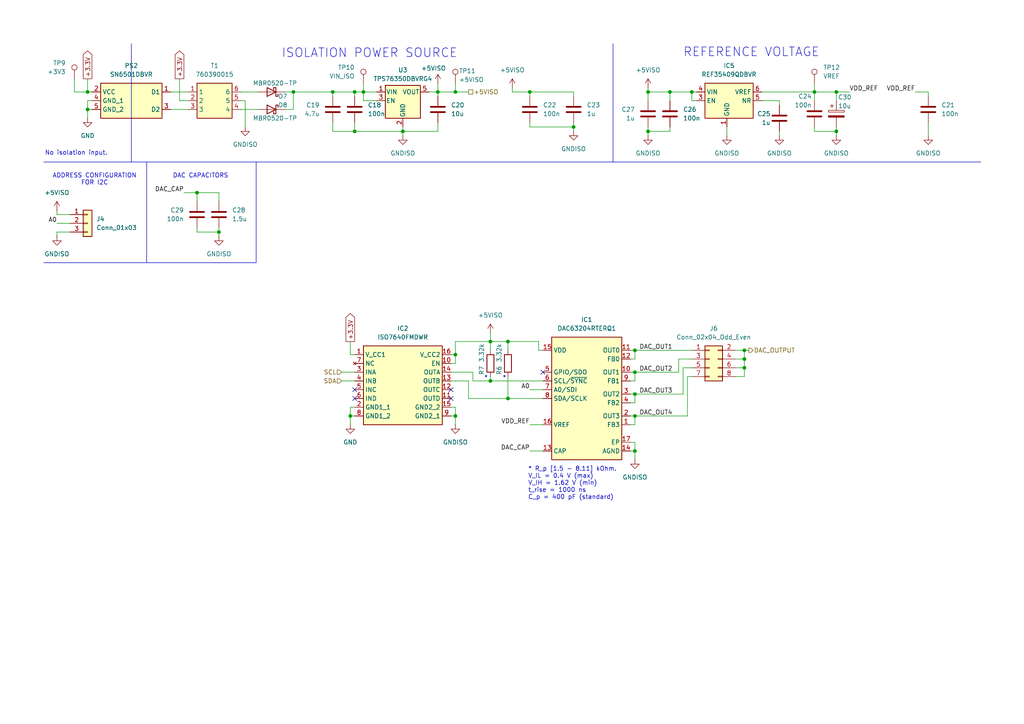
<source format=kicad_sch>
(kicad_sch (version 20231120) (generator "eeschema") (generator_version "8.0")
  (paper "A4")
  (title_block (title "TechStim-Hardware Design") (date "2024-04-17") (rev "0.0.1") (company "Technaid SL") (comment 1 "IND2022/TIC-23606"))
  (lib_symbols
    (symbol "Connector:TestPoint" (pin_numbers hide) (pin_names (offset 0.762) hide)
      (property "Reference" "TP" (at 0 6.858 0))
      (property "Value" "TestPoint" (at 0 5.08 0))
      (symbol "TestPoint_0_1"
        (circle (center 0 3.302) (radius 0.762))
      )
      (symbol "TestPoint_1_1"
        (pin passive line (at 0 0 90) (length 2.54) (name "1") (number "1"))
      )
    )
    (symbol "Connector_Generic:Conn_01x03" (pin_names (offset 1.016) hide)
      (property "Reference" "J" (at 0 5.08 0))
      (property "Value" "Conn_01x03" (at 0 -5.08 0))
      (symbol "Conn_01x03_1_1"
        (rectangle (start -1.27 -2.413) (end 0 -2.667) (stroke (width 0.1524)))
        (rectangle (start -1.27 0.127) (end 0 -0.127) (stroke (width 0.1524)))
        (rectangle (start -1.27 2.667) (end 0 2.413) (stroke (width 0.1524)))
        (rectangle (start -1.27 3.81) (end 1.27 -3.81) (stroke (width 0.254)) (fill (type background)))
        (pin passive line (at -5.08 2.54 0) (length 3.81) (name "Pin_1") (number "1"))
        (pin passive line (at -5.08 0 0) (length 3.81) (name "Pin_2") (number "2"))
        (pin passive line (at -5.08 -2.54 0) (length 3.81) (name "Pin_3") (number "3"))
      )
    )
    (symbol "Connector_Generic:Conn_02x04_Odd_Even" (pin_names (offset 1.016) hide)
      (property "Reference" "J" (at 1.27 5.08 0))
      (property "Value" "Conn_02x04_Odd_Even" (at 1.27 -7.62 0))
      (symbol "Conn_02x04_Odd_Even_1_1"
        (rectangle (start -1.27 -4.953) (end 0 -5.207) (stroke (width 0.1524)))
        (rectangle (start -1.27 -2.413) (end 0 -2.667) (stroke (width 0.1524)))
        (rectangle (start -1.27 0.127) (end 0 -0.127) (stroke (width 0.1524)))
        (rectangle (start -1.27 2.667) (end 0 2.413) (stroke (width 0.1524)))
        (rectangle (start -1.27 3.81) (end 3.81 -6.35) (stroke (width 0.254)) (fill (type background)))
        (rectangle (start 3.81 -4.953) (end 2.54 -5.207) (stroke (width 0.1524)))
        (rectangle (start 3.81 -2.413) (end 2.54 -2.667) (stroke (width 0.1524)))
        (rectangle (start 3.81 0.127) (end 2.54 -0.127) (stroke (width 0.1524)))
        (rectangle (start 3.81 2.667) (end 2.54 2.413) (stroke (width 0.1524)))
        (pin passive line (at -5.08 2.54 0) (length 3.81) (name "Pin_1") (number "1"))
        (pin passive line (at 7.62 2.54 180) (length 3.81) (name "Pin_2") (number "2"))
        (pin passive line (at -5.08 0 0) (length 3.81) (name "Pin_3") (number "3"))
        (pin passive line (at 7.62 0 180) (length 3.81) (name "Pin_4") (number "4"))
        (pin passive line (at -5.08 -2.54 0) (length 3.81) (name "Pin_5") (number "5"))
        (pin passive line (at 7.62 -2.54 180) (length 3.81) (name "Pin_6") (number "6"))
        (pin passive line (at -5.08 -5.08 0) (length 3.81) (name "Pin_7") (number "7"))
        (pin passive line (at 7.62 -5.08 180) (length 3.81) (name "Pin_8") (number "8"))
      )
    )
    (symbol "Device:C" (pin_numbers hide) (pin_names (offset 0.254))
      (property "Reference" "C" (at 0.635 2.54 0))
      (property "Value" "C" (at 0.635 -2.54 0))
      (symbol "C_0_1"
        (polyline (pts (xy -2.032 -0.762) (xy 2.032 -0.762)) (stroke (width 0.508)))
        (polyline (pts (xy -2.032 0.762) (xy 2.032 0.762)) (stroke (width 0.508)))
      )
      (symbol "C_1_1"
        (pin passive line (at 0 3.81 270) (length 2.794) (name "~") (number "1"))
        (pin passive line (at 0 -3.81 90) (length 2.794) (name "~") (number "2"))
      )
    )
    (symbol "Device:C_Polarized" (pin_numbers hide) (pin_names (offset 0.254))
      (property "Reference" "C" (at 0.635 2.54 0))
      (property "Value" "C_Polarized" (at 0.635 -2.54 0))
      (symbol "C_Polarized_0_1"
        (rectangle (start -2.286 0.508) (end 2.286 1.016))
        (polyline (pts (xy -1.778 2.286) (xy -0.762 2.286)))
        (polyline (pts (xy -1.27 2.794) (xy -1.27 1.778)))
        (rectangle (start 2.286 -0.508) (end -2.286 -1.016) (fill (type outline)))
      )
      (symbol "C_Polarized_1_1"
        (pin passive line (at 0 3.81 270) (length 2.794) (name "~") (number "1"))
        (pin passive line (at 0 -3.81 90) (length 2.794) (name "~") (number "2"))
      )
    )
    (symbol "Device:D_Schottky" (pin_numbers hide) (pin_names (offset 1.016) hide)
      (property "Reference" "D" (at 0 2.54 0))
      (property "Value" "D_Schottky" (at 0 -2.54 0))
      (symbol "D_Schottky_0_1"
        (polyline (pts (xy 1.27 0) (xy -1.27 0)))
        (polyline (pts (xy 1.27 1.27) (xy 1.27 -1.27) (xy -1.27 0) (xy 1.27 1.27)) (stroke (width 0.254)))
        (polyline (pts (xy -1.905 0.635) (xy -1.905 1.27) (xy -1.27 1.27) (xy -1.27 -1.27) (xy -0.635 -1.27) (xy -0.635 -0.635)) (stroke (width 0.254)))
      )
      (symbol "D_Schottky_1_1"
        (pin passive line (at -3.81 0 0) (length 2.54) (name "K") (number "1"))
        (pin passive line (at 3.81 0 180) (length 2.54) (name "A") (number "2"))
      )
    )
    (symbol "Device:R" (pin_numbers hide) (pin_names (offset 0))
      (property "Reference" "R" (at 2.032 0 90))
      (property "Value" "R" (at 0 0 90))
      (symbol "R_0_1"
        (rectangle (start -1.016 -2.54) (end 1.016 2.54) (stroke (width 0.254)))
      )
      (symbol "R_1_1"
        (pin passive line (at 0 3.81 270) (length 1.27) (name "~") (number "1"))
        (pin passive line (at 0 -3.81 90) (length 1.27) (name "~") (number "2"))
      )
    )
    (symbol "Regulator_Linear:TPS76333" (pin_names (offset 0.254))
      (property "Reference" "U" (at -3.81 5.715 0))
      (property "Value" "TPS76333" (at 0 5.715 0))
      (symbol "TPS76333_0_1"
        (rectangle (start -5.08 4.445) (end 5.08 -5.08) (stroke (width 0.254)) (fill (type background)))
      )
      (symbol "TPS76333_1_1"
        (pin power_in line (at -7.62 2.54 0) (length 2.54) (name "VIN") (number "1"))
        (pin power_in line (at 0 -7.62 90) (length 2.54) (name "GND") (number "2"))
        (pin input line (at -7.62 0 0) (length 2.54) (name "EN") (number "3"))
        (pin no_connect line (at 5.08 0 180) (length 2.54) hide (name "NC") (number "4"))
        (pin power_out line (at 7.62 2.54 180) (length 2.54) (name "VOUT") (number "5"))
      )
    )
    (symbol "Technaid:ISO7640FMDWR"
      (property "Reference" "IC" (at 29.21 7.62 0))
      (property "Value" "ISO7640FMDWR" (at 29.21 5.08 0))
      (symbol "ISO7640FMDWR_1_1"
        (rectangle (start 5.08 2.54) (end 27.94 -20.32) (stroke (width 0.254)) (fill (type background)))
        (pin passive line (at 2.54 0 0) (length 2.54) (name "V_CC1") (number "1"))
        (pin passive line (at 30.48 -2.54 180) (length 2.54) (name "EN") (number "10"))
        (pin output line (at 30.48 -12.7 180) (length 2.54) (name "OUTD") (number "11"))
        (pin output line (at 30.48 -10.16 180) (length 2.54) (name "OUTC") (number "12"))
        (pin output line (at 30.48 -7.62 180) (length 2.54) (name "OUTB") (number "13"))
        (pin output line (at 30.48 -5.08 180) (length 2.54) (name "OUTA") (number "14"))
        (pin passive line (at 30.48 -15.24 180) (length 2.54) (name "GND2_2") (number "15"))
        (pin passive line (at 30.48 0 180) (length 2.54) (name "V_CC2") (number "16"))
        (pin passive line (at 2.54 -15.24 0) (length 2.54) (name "GND1_1") (number "2"))
        (pin input line (at 2.54 -5.08 0) (length 2.54) (name "INA") (number "3"))
        (pin input line (at 2.54 -7.62 0) (length 2.54) (name "INB") (number "4"))
        (pin input line (at 2.54 -10.16 0) (length 2.54) (name "INC") (number "5"))
        (pin input line (at 2.54 -12.7 0) (length 2.54) (name "IND") (number "6"))
        (pin no_connect line (at 2.54 -2.54 0) (length 2.54) (name "NC") (number "7"))
        (pin passive line (at 2.54 -17.78 0) (length 2.54) (name "GND1_2") (number "8"))
        (pin passive line (at 30.48 -17.78 180) (length 2.54) (name "GND2_1") (number "9"))
      )
    )
    (symbol "power:+3V3" (power) (pin_numbers hide) (pin_names (offset 0) hide)
      (property "Value" "+3V3" (at 0 3.556 0))
      (symbol "+3V3_0_1"
        (polyline (pts (xy -0.762 1.27) (xy 0 2.54)))
        (polyline (pts (xy 0 0) (xy 0 2.54)))
        (polyline (pts (xy 0 2.54) (xy 0.762 1.27)))
      )
      (symbol "+3V3_1_1"
        (pin power_in line (at 0 0 90) (length 0) (name "~") (number "1"))
      )
    )
    (symbol "power:GND" (power) (pin_numbers hide) (pin_names (offset 0) hide)
      (property "Value" "GND" (at 0 -3.81 0))
      (symbol "GND_0_1"
        (polyline (pts (xy 0 0) (xy 0 -1.27) (xy 1.27 -1.27) (xy 0 -2.54) (xy -1.27 -1.27) (xy 0 -1.27)))
      )
      (symbol "GND_1_1"
        (pin power_in line (at 0 0 270) (length 0) (name "~") (number "1"))
      )
    )
    (symbol "power:GND3" (power) (pin_numbers hide) (pin_names (offset 0) hide)
      (property "Value" "GND3" (at 0 -3.81 0))
      (symbol "GND3_0_1"
        (polyline (pts (xy 0 0) (xy 0 -1.27) (xy 1.27 -1.27) (xy 0 -2.54) (xy -1.27 -1.27) (xy 0 -1.27)))
      )
      (symbol "GND3_1_1"
        (pin power_in line (at 0 0 270) (length 0) (name "~") (number "1"))
      )
    )
    (symbol "techstim:760390014"
      (property "Reference" "T" (at 0 4.572 0))
      (property "Value" "760390014" (at 0 2.032 0))
      (symbol "760390014_1_1"
        (rectangle (start 0 0) (end 10.16 -10.16) (stroke (width 0.254)) (fill (type background)))
        (pin passive line (at -2.54 -2.54 0) (length 2.54) (name "1") (number "1"))
        (pin passive line (at -2.54 -5.08 0) (length 2.54) (name "2") (number "2"))
        (pin passive line (at -2.54 -7.62 0) (length 2.54) (name "3") (number "3"))
        (pin passive line (at 12.7 -7.62 180) (length 2.54) (name "4") (number "4"))
        (pin passive line (at 12.7 -5.08 180) (length 2.54) (name "5") (number "5"))
        (pin passive line (at 12.7 -2.54 180) (length 2.54) (name "6") (number "6"))
      )
    )
    (symbol "techstim:DAC63204RTERQ1"
      (property "Reference" "IC1" (at 15.24 15.24 0))
      (property "Value" "DAC63204RTERQ1" (at 15.24 12.7 0))
      (symbol "DAC63204RTERQ1_1_1"
        (rectangle (start 5.08 10.16) (end 25.4 -25.4) (stroke (width 0.254)) (fill (type background)))
        (pin passive line (at 27.94 -15.24 180) (length 2.54) (name "FB3") (number "1"))
        (pin passive line (at 27.94 0 180) (length 2.54) (name "OUT1") (number "10"))
        (pin passive line (at 27.94 6.35 180) (length 2.54) (name "OUT0") (number "11"))
        (pin passive line (at 27.94 3.81 180) (length 2.54) (name "FB0") (number "12"))
        (pin passive line (at 2.54 -22.86 0) (length 2.54) (name "CAP") (number "13"))
        (pin power_in line (at 27.94 -22.86 180) (length 2.54) (name "AGND") (number "14"))
        (pin power_in line (at 2.54 6.35 0) (length 2.54) (name "VDD") (number "15"))
        (pin passive line (at 2.54 -15.24 0) (length 2.54) (name "VREF") (number "16"))
        (pin power_in line (at 27.94 -20.32 180) (length 2.54) (name "EP") (number "17"))
        (pin passive line (at 27.94 -12.7 180) (length 2.54) (name "OUT3") (number "2"))
        (pin passive line (at 27.94 -6.35 180) (length 2.54) (name "OUT2") (number "3"))
        (pin passive line (at 27.94 -8.89 180) (length 2.54) (name "FB2") (number "4"))
        (pin bidirectional line (at 2.54 0 0) (length 2.54) (name "GPIO/SDO") (number "5"))
        (pin input line (at 2.54 -2.54 0) (length 2.54) (name "SCL/~{SYNC}") (number "6"))
        (pin input line (at 2.54 -5.08 0) (length 2.54) (name "A0/SDI") (number "7"))
        (pin bidirectional line (at 2.54 -7.62 0) (length 2.54) (name "SDA/SCLK") (number "8"))
        (pin passive line (at 27.94 -2.54 180) (length 2.54) (name "FB1") (number "9"))
      )
    )
    (symbol "techstim:REF35500QDBVR"
      (property "Reference" "IC5" (at 6.985 5.08 0))
      (property "Value" "REF35409QDBVR" (at 6.985 2.54 0))
      (symbol "REF35500QDBVR_1_1"
        (rectangle (start 0 0) (end 13.97 -10.16) (stroke (width 0.254)) (fill (type background)))
        (pin passive line (at 6.35 -12.7 90) (length 2.54) (name "GND") (number "1"))
        (pin passive line (at 6.35 -12.7 90) (length 2.54) hide (name "GND") (number "2"))
        (pin passive line (at -2.54 -5.08 0) (length 2.54) (name "EN") (number "3"))
        (pin power_in line (at -2.54 -2.54 0) (length 2.54) (name "VIN") (number "4"))
        (pin passive line (at 16.51 -5.08 180) (length 2.54) (name "NR") (number "5"))
        (pin power_out line (at 16.51 -2.54 180) (length 2.54) (name "VREF") (number "6"))
      )
    )
    (symbol "techstim:SN6501DBVR"
      (property "Reference" "PS" (at -0.254 4.572 0))
      (property "Value" "SN6501DBVR" (at -0.254 2.032 0))
      (symbol "SN6501DBVR_1_1"
        (rectangle (start 0 0) (end 17.78 -10.16) (stroke (width 0.254)) (fill (type background)))
        (pin bidirectional line (at 20.32 -2.54 180) (length 2.54) (name "D1") (number "1"))
        (pin power_in line (at -2.54 -2.54 0) (length 2.54) (name "VCC") (number "2"))
        (pin bidirectional line (at 20.32 -7.62 180) (length 2.54) (name "D2") (number "3"))
        (pin power_in line (at -2.54 -5.08 0) (length 2.54) (name "GND_1") (number "4"))
        (pin power_in line (at -2.54 -7.62 0) (length 2.54) (name "GND_2") (number "5"))
      )
    )
  )
  (junction (at 184.15 101.6))
  (junction (at 101.6 120.65))
  (junction (at 236.22 26.67))
  (junction (at 63.5 67.31))
  (junction (at 132.08 102.87))
  (junction (at 187.96 26.67))
  (junction (at 242.57 38.1))
  (junction (at 200.66 26.67))
  (junction (at 184.15 107.95))
  (junction (at 142.24 110.49))
  (junction (at 184.15 114.3))
  (junction (at 102.87 26.67))
  (junction (at 153.67 26.67))
  (junction (at 184.15 130.81))
  (junction (at 85.09 26.67))
  (junction (at 25.4 31.75))
  (junction (at 147.32 99.06))
  (junction (at 102.87 38.1))
  (junction (at 116.84 38.1))
  (junction (at 184.15 120.65))
  (junction (at 166.37 36.83))
  (junction (at 96.52 26.67))
  (junction (at 147.32 115.57))
  (junction (at 215.9 101.6))
  (junction (at 242.57 26.67))
  (junction (at 194.31 26.67))
  (junction (at 25.4 26.67))
  (junction (at 132.08 26.67))
  (junction (at 57.15 55.88))
  (junction (at 132.08 120.65))
  (junction (at 127 26.67))
  (junction (at 215.9 104.14))
  (junction (at 187.96 38.1))
  (junction (at 142.24 99.06))
  (junction (at 105.41 26.67))
  (junction (at 215.9 106.68))
  (no_connect (at 130.81 113.03))
  (no_connect (at 157.48 107.95))
  (no_connect (at 102.87 113.03))
  (no_connect (at 102.87 115.57))
  (no_connect (at 130.81 115.57))
  (wire (pts (xy 16.51 60.96) (xy 16.51 62.23)))
  (wire (pts (xy 101.6 118.11) (xy 101.6 120.65)))
  (wire (pts (xy 25.4 31.75) (xy 25.4 34.29)))
  (wire (pts (xy 166.37 27.94) (xy 166.37 26.67)))
  (wire (pts (xy 187.96 36.83) (xy 187.96 38.1)))
  (wire (pts (xy 153.67 113.03) (xy 157.48 113.03)))
  (wire (pts (xy 184.15 107.95) (xy 184.15 110.49)))
  (wire (pts (xy 210.82 36.83) (xy 210.82 39.37)))
  (wire (pts (xy 199.39 109.22) (xy 200.66 109.22)))
  (wire (pts (xy 213.36 104.14) (xy 215.9 104.14)))
  (wire (pts (xy 16.51 64.77) (xy 20.32 64.77)))
  (wire (pts (xy 187.96 38.1) (xy 194.31 38.1)))
  (wire (pts (xy 215.9 109.22) (xy 215.9 106.68)))
  (wire (pts (xy 184.15 120.65) (xy 199.39 120.65)))
  (wire (pts (xy 182.88 107.95) (xy 184.15 107.95)))
  (wire (pts (xy 109.22 29.21) (xy 105.41 29.21)))
  (wire (pts (xy 124.46 26.67) (xy 127 26.67)))
  (wire (pts (xy 57.15 55.88) (xy 63.5 55.88)))
  (wire (pts (xy 156.21 101.6) (xy 156.21 99.06)))
  (wire (pts (xy 49.53 31.75) (xy 54.61 31.75)))
  (wire (pts (xy 236.22 24.13) (xy 236.22 26.67)))
  (wire (pts (xy 153.67 123.19) (xy 157.48 123.19)))
  (wire (pts (xy 187.96 38.1) (xy 187.96 39.37)))
  (wire (pts (xy 132.08 120.65) (xy 132.08 123.19)))
  (wire (pts (xy 269.24 35.56) (xy 269.24 39.37)))
  (wire (pts (xy 132.08 118.11) (xy 132.08 120.65)))
  (wire (pts (xy 242.57 26.67) (xy 246.38 26.67)))
  (wire (pts (xy 127 24.13) (xy 127 26.67)))
  (wire (pts (xy 194.31 26.67) (xy 194.31 29.21)))
  (wire (pts (xy 127 26.67) (xy 132.08 26.67)))
  (polyline (pts (xy 177.8 46.99) (xy 284.48 46.99)))
  (wire (pts (xy 96.52 38.1) (xy 102.87 38.1)))
  (wire (pts (xy 102.87 120.65) (xy 101.6 120.65)))
  (wire (pts (xy 132.08 102.87) (xy 132.08 99.06)))
  (wire (pts (xy 85.09 26.67) (xy 96.52 26.67)))
  (wire (pts (xy 182.88 123.19) (xy 184.15 123.19)))
  (wire (pts (xy 182.88 114.3) (xy 184.15 114.3)))
  (wire (pts (xy 21.59 22.86) (xy 21.59 26.67)))
  (wire (pts (xy 242.57 38.1) (xy 242.57 39.37)))
  (wire (pts (xy 187.96 25.4) (xy 187.96 26.67)))
  (wire (pts (xy 182.88 130.81) (xy 184.15 130.81)))
  (wire (pts (xy 184.15 101.6) (xy 200.66 101.6)))
  (wire (pts (xy 269.24 26.67) (xy 265.43 26.67)))
  (wire (pts (xy 132.08 24.13) (xy 132.08 26.67)))
  (wire (pts (xy 101.6 102.87) (xy 102.87 102.87)))
  (wire (pts (xy 69.85 26.67) (xy 74.93 26.67)))
  (wire (pts (xy 96.52 26.67) (xy 96.52 27.94)))
  (wire (pts (xy 116.84 38.1) (xy 127 38.1)))
  (wire (pts (xy 184.15 130.81) (xy 184.15 133.35)))
  (wire (pts (xy 194.31 26.67) (xy 200.66 26.67)))
  (wire (pts (xy 166.37 36.83) (xy 166.37 38.1)))
  (wire (pts (xy 148.59 26.67) (xy 153.67 26.67)))
  (wire (pts (xy 147.32 99.06) (xy 156.21 99.06)))
  (wire (pts (xy 194.31 36.83) (xy 194.31 38.1)))
  (wire (pts (xy 200.66 106.68) (xy 198.12 106.68)))
  (wire (pts (xy 135.89 115.57) (xy 147.32 115.57)))
  (wire (pts (xy 137.16 110.49) (xy 142.24 110.49)))
  (polyline (pts (xy 38.1 46.99) (xy 177.8 46.99)))
  (wire (pts (xy 157.48 101.6) (xy 156.21 101.6)))
  (wire (pts (xy 236.22 36.83) (xy 236.22 38.1)))
  (wire (pts (xy 130.81 107.95) (xy 137.16 107.95)))
  (polyline (pts (xy 177.8 12.7) (xy 177.8 46.99)))
  (wire (pts (xy 147.32 115.57) (xy 157.48 115.57)))
  (wire (pts (xy 101.6 99.06) (xy 101.6 102.87)))
  (wire (pts (xy 153.67 26.67) (xy 153.67 27.94)))
  (wire (pts (xy 85.09 31.75) (xy 85.09 26.67)))
  (wire (pts (xy 132.08 105.41) (xy 132.08 102.87)))
  (wire (pts (xy 220.98 29.21) (xy 226.06 29.21)))
  (wire (pts (xy 130.81 102.87) (xy 132.08 102.87)))
  (wire (pts (xy 166.37 35.56) (xy 166.37 36.83)))
  (wire (pts (xy 101.6 120.65) (xy 101.6 123.19)))
  (wire (pts (xy 116.84 36.83) (xy 116.84 38.1)))
  (wire (pts (xy 236.22 26.67) (xy 242.57 26.67)))
  (wire (pts (xy 147.32 99.06) (xy 147.32 101.6)))
  (wire (pts (xy 130.81 105.41) (xy 132.08 105.41)))
  (wire (pts (xy 187.96 26.67) (xy 194.31 26.67)))
  (wire (pts (xy 184.15 128.27) (xy 184.15 130.81)))
  (wire (pts (xy 25.4 29.21) (xy 25.4 31.75)))
  (wire (pts (xy 105.41 29.21) (xy 105.41 26.67)))
  (wire (pts (xy 135.89 110.49) (xy 135.89 115.57)))
  (wire (pts (xy 16.51 67.31) (xy 20.32 67.31)))
  (wire (pts (xy 105.41 26.67) (xy 109.22 26.67)))
  (wire (pts (xy 220.98 26.67) (xy 236.22 26.67)))
  (wire (pts (xy 213.36 109.22) (xy 215.9 109.22)))
  (wire (pts (xy 82.55 26.67) (xy 85.09 26.67)))
  (wire (pts (xy 184.15 114.3) (xy 198.12 114.3)))
  (wire (pts (xy 25.4 26.67) (xy 25.4 22.86)))
  (wire (pts (xy 236.22 38.1) (xy 242.57 38.1)))
  (wire (pts (xy 153.67 36.83) (xy 166.37 36.83)))
  (wire (pts (xy 82.55 31.75) (xy 85.09 31.75)))
  (wire (pts (xy 96.52 26.67) (xy 102.87 26.67)))
  (wire (pts (xy 187.96 26.67) (xy 187.96 29.21)))
  (wire (pts (xy 182.88 110.49) (xy 184.15 110.49)))
  (wire (pts (xy 242.57 36.83) (xy 242.57 38.1)))
  (wire (pts (xy 57.15 67.31) (xy 63.5 67.31)))
  (wire (pts (xy 99.06 107.95) (xy 102.87 107.95)))
  (wire (pts (xy 269.24 27.94) (xy 269.24 26.67)))
  (wire (pts (xy 242.57 29.21) (xy 242.57 26.67)))
  (wire (pts (xy 71.12 36.83) (xy 71.12 29.21)))
  (wire (pts (xy 69.85 31.75) (xy 74.93 31.75)))
  (wire (pts (xy 130.81 118.11) (xy 132.08 118.11)))
  (wire (pts (xy 16.51 62.23) (xy 20.32 62.23)))
  (wire (pts (xy 102.87 26.67) (xy 105.41 26.67)))
  (wire (pts (xy 201.93 29.21) (xy 200.66 29.21)))
  (polyline (pts (xy 42.545 46.99) (xy 42.545 76.2)))
  (wire (pts (xy 213.36 106.68) (xy 215.9 106.68)))
  (wire (pts (xy 127 26.67) (xy 127 27.94)))
  (wire (pts (xy 184.15 101.6) (xy 184.15 104.14)))
  (wire (pts (xy 102.87 27.94) (xy 102.87 26.67)))
  (wire (pts (xy 200.66 26.67) (xy 201.93 26.67)))
  (wire (pts (xy 142.24 99.06) (xy 147.32 99.06)))
  (wire (pts (xy 215.9 104.14) (xy 215.9 101.6)))
  (wire (pts (xy 153.67 130.81) (xy 157.48 130.81)))
  (wire (pts (xy 226.06 29.21) (xy 226.06 30.48)))
  (wire (pts (xy 196.85 107.95) (xy 196.85 104.14)))
  (polyline (pts (xy 12.7 46.99) (xy 38.1 46.99)))
  (wire (pts (xy 57.15 66.04) (xy 57.15 67.31)))
  (wire (pts (xy 71.12 29.21) (xy 69.85 29.21)))
  (wire (pts (xy 26.67 29.21) (xy 25.4 29.21)))
  (wire (pts (xy 132.08 26.67) (xy 135.89 26.67)))
  (wire (pts (xy 53.34 55.88) (xy 57.15 55.88)))
  (wire (pts (xy 215.9 106.68) (xy 215.9 104.14)))
  (wire (pts (xy 226.06 38.1) (xy 226.06 39.37)))
  (polyline (pts (xy 74.295 76.2) (xy 74.295 46.99)))
  (wire (pts (xy 52.07 22.86) (xy 52.07 29.21)))
  (polyline (pts (xy 12.7 76.2) (xy 74.295 76.2)))
  (wire (pts (xy 63.5 67.31) (xy 63.5 68.58)))
  (wire (pts (xy 52.07 29.21) (xy 54.61 29.21)))
  (wire (pts (xy 16.51 67.31) (xy 16.51 68.58)))
  (wire (pts (xy 132.08 99.06) (xy 142.24 99.06)))
  (wire (pts (xy 25.4 31.75) (xy 26.67 31.75)))
  (wire (pts (xy 26.67 26.67) (xy 25.4 26.67)))
  (wire (pts (xy 102.87 118.11) (xy 101.6 118.11)))
  (wire (pts (xy 102.87 35.56) (xy 102.87 38.1)))
  (wire (pts (xy 166.37 26.67) (xy 153.67 26.67)))
  (polyline (pts (xy 38.1 12.7) (xy 38.1 46.99)))
  (wire (pts (xy 215.9 101.6) (xy 217.17 101.6)))
  (wire (pts (xy 142.24 99.06) (xy 142.24 101.6)))
  (wire (pts (xy 142.24 99.06) (xy 142.24 96.52)))
  (wire (pts (xy 142.24 109.22) (xy 142.24 110.49)))
  (wire (pts (xy 184.15 114.3) (xy 184.15 116.84)))
  (wire (pts (xy 99.06 110.49) (xy 102.87 110.49)))
  (wire (pts (xy 196.85 104.14) (xy 200.66 104.14)))
  (wire (pts (xy 102.87 38.1) (xy 116.84 38.1)))
  (wire (pts (xy 236.22 29.21) (xy 236.22 26.67)))
  (wire (pts (xy 130.81 120.65) (xy 132.08 120.65)))
  (wire (pts (xy 198.12 106.68) (xy 198.12 114.3)))
  (wire (pts (xy 142.24 110.49) (xy 157.48 110.49)))
  (wire (pts (xy 200.66 29.21) (xy 200.66 26.67)))
  (wire (pts (xy 182.88 116.84) (xy 184.15 116.84)))
  (wire (pts (xy 213.36 101.6) (xy 215.9 101.6)))
  (wire (pts (xy 184.15 107.95) (xy 196.85 107.95)))
  (wire (pts (xy 182.88 101.6) (xy 184.15 101.6)))
  (wire (pts (xy 148.59 25.4) (xy 148.59 26.67)))
  (wire (pts (xy 184.15 120.65) (xy 184.15 123.19)))
  (wire (pts (xy 182.88 128.27) (xy 184.15 128.27)))
  (wire (pts (xy 116.84 38.1) (xy 116.84 39.37)))
  (wire (pts (xy 105.41 24.13) (xy 105.41 26.67)))
  (wire (pts (xy 184.15 104.14) (xy 182.88 104.14)))
  (wire (pts (xy 49.53 26.67) (xy 54.61 26.67)))
  (wire (pts (xy 153.67 35.56) (xy 153.67 36.83)))
  (wire (pts (xy 199.39 120.65) (xy 199.39 109.22)))
  (wire (pts (xy 96.52 35.56) (xy 96.52 38.1)))
  (wire (pts (xy 63.5 58.42) (xy 63.5 55.88)))
  (wire (pts (xy 130.81 110.49) (xy 135.89 110.49)))
  (wire (pts (xy 57.15 58.42) (xy 57.15 55.88)))
  (wire (pts (xy 137.16 107.95) (xy 137.16 110.49)))
  (wire (pts (xy 127 35.56) (xy 127 38.1)))
  (wire (pts (xy 63.5 66.04) (xy 63.5 67.31)))
  (wire (pts (xy 182.88 120.65) (xy 184.15 120.65)))
  (wire (pts (xy 147.32 109.22) (xy 147.32 115.57)))
  (wire (pts (xy 21.59 26.67) (xy 25.4 26.67)))
  (text "*" (at 146.304 109.728 0) (effects (font (size 1.27 1.27))))
  (text "*" (at 140.97 109.728 0) (effects (font (size 1.27 1.27))))
  (text "No isolation input." (at 22.098 44.45 0) (effects (font (size 1.27 1.27))))
  (text "REFERENCE VOLTAGE" (at 217.932 15.24 0) (effects (font (size 2.54 2.54))))
  (text "* R_p [1.5 - 8.11] kOhm.\nV_IL = 0.4 V (max)\nV_IH = 1.62 V (min)\nt_rise = 1000 ns\nC_p = 400 pF (standard)" (at 153.162 140.208 0) (effects (font (size 1.27 1.27)) (justify left)))
  (text "DAC CAPACITORS" (at 58.166 51.054 0) (effects (font (size 1.27 1.27))))
  (text "ADDRESS CONFIGURATION\nFOR I2C" (at 27.432 52.07 0) (effects (font (size 1.27 1.27))))
  (text "ISOLATION POWER SOURCE" (at 107.188 15.494 0) (effects (font (size 2.54 2.54))))
  (label "A0" (at 16.51 64.77 180))
  (label "VDD_REF" (at 246.38 26.67 0))
  (label "DAC_OUT2" (at 185.42 107.95 0))
  (label "DAC_CAP" (at 153.67 130.81 180))
  (label "DAC_OUT4" (at 185.42 120.65 0))
  (label "VDD_REF" (at 265.43 26.67 180))
  (label "VDD_REF" (at 153.67 123.19 180))
  (label "A0" (at 153.67 113.03 180))
  (label "DAC_CAP" (at 53.34 55.88 180))
  (label "DAC_OUT3" (at 185.42 114.3 0))
  (label "DAC_OUT1" (at 185.42 101.6 0))
  (global_label "+3.3V" (shape output) (at 101.6 99.06 90) (property "Intersheetrefs" "${INTERSHEET_REFS}" (effects (hide yes))))
  (global_label "+3.3V" (shape output) (at 25.4 22.86 90) (property "Intersheetrefs" "${INTERSHEET_REFS}" (effects (hide yes))))
  (global_label "+3.3V" (shape output) (at 52.07 22.86 90) (property "Intersheetrefs" "${INTERSHEET_REFS}" (effects (hide yes))))
  (hierarchical_label "SDA" (shape input) (at 99.06 110.49 180))
  (hierarchical_label "+5VISO" (shape passive) (at 135.89 26.67 0))
  (hierarchical_label "DAC_OUTPUT" (shape output) (at 217.17 101.6 0))
  (hierarchical_label "SCL" (shape input) (at 99.06 107.95 180))
  (symbol (lib_id "Device:C") (at 194.31 33.02 180) (unit 1)
    (property "Reference" "C26" (at 198.12 31.7499 0) (effects (justify right)))
    (property "Value" "100n" (at 198.12 34.2899 0) (effects (justify right)))
    (property "Footprint" "Capacitor_SMD:C_0805_2012Metric_Pad1.18x1.45mm_HandSolder" (effects (hide yes)))
    (property "Datasheet" "https://www.mouser.es/datasheet/2/585/MLCC-1837944.pdf" (effects (hide yes)))
    (property "Description" "Unpolarized capacitor" (effects (hide yes)))
    (property "MFN" "Samsung Electro-Mechanics" (effects (hide yes)))
    (property "MFP" "CL21B104KBCNNND" (effects (hide yes)))
    (property "S1PN" "Mouser" (effects (hide yes)))
    (property "S1PL" "https://www.mouser.es/ProductDetail/Samsung-Electro-Mechanics/CL21B104KBCNNND?qs=349EhDEZ59q4Uk9cKG1Kkg%3D%3D" (effects (hide yes)))
    (property "S1P#" "187-CL21B104KBCNNND" (effects (hide yes)))
  )
  (symbol (lib_id "power:GND3") (at 16.51 68.58 0) (unit 1)
    (property "Reference" "#PWR053" (effects (hide yes)))
    (property "Value" "GNDISO" (at 16.51 73.66 0))
    (property "Description" "Power symbol creates a global label with name \"GND3\" , ground" (effects (hide yes)))
  )
  (symbol (lib_id "power:GND") (at 25.4 34.29 0) (unit 1)
    (property "Reference" "#PWR034" (effects (hide yes)))
    (property "Value" "GND" (at 25.4 39.37 0))
    (property "Description" "Power symbol creates a global label with name \"GND\" , ground" (effects (hide yes)))
  )
  (symbol (lib_id "Device:C") (at 236.22 33.02 0) (mirror x) (unit 1)
    (property "Reference" "C24" (at 235.458 27.94 0) (effects (justify right)))
    (property "Value" "100n" (at 235.458 30.48 0) (effects (justify right)))
    (property "Footprint" "Capacitor_SMD:C_0805_2012Metric_Pad1.18x1.45mm_HandSolder" (effects (hide yes)))
    (property "Datasheet" "https://www.mouser.es/datasheet/2/585/MLCC-1837944.pdf" (effects (hide yes)))
    (property "Description" "Unpolarized capacitor" (effects (hide yes)))
    (property "MFN" "Samsung Electro-Mechanics" (effects (hide yes)))
    (property "MFP" "CL21B104KBCNNND" (effects (hide yes)))
    (property "S1PN" "Mouser" (effects (hide yes)))
    (property "S1PL" "https://www.mouser.es/ProductDetail/Samsung-Electro-Mechanics/CL21B104KBCNNND?qs=349EhDEZ59q4Uk9cKG1Kkg%3D%3D" (effects (hide yes)))
    (property "S1P#" "187-CL21B104KBCNNND" (effects (hide yes)))
  )
  (symbol (lib_id "power:GND3") (at 226.06 39.37 0) (unit 1)
    (property "Reference" "#PWR083" (effects (hide yes)))
    (property "Value" "GNDISO" (at 226.06 44.45 0))
    (property "Description" "Power symbol creates a global label with name \"GND3\" , ground" (effects (hide yes)))
  )
  (symbol (lib_id "Connector_Generic:Conn_02x04_Odd_Even") (at 205.74 104.14 0) (unit 1)
    (property "Reference" "J6" (at 207.01 95.25 0))
    (property "Value" "Conn_02x04_Odd_Even" (at 207.01 97.79 0))
    (property "Footprint" "Connector_PinHeader_2.54mm:PinHeader_2x04_P2.54mm_Vertical" (effects (hide yes)))
    (property "Datasheet" "https://eu.mouser.com/datasheet/2/527/tsw_th-2854687.pdf" (effects (hide yes)))
    (property "Description" "Generic connector, double row, 02x04, odd/even pin numbering scheme (row 1 odd numbers, row 2 even numbers), script generated (kicad-library-utils/schlib/autogen/connector/)" (effects (hide yes)))
    (property "MFN" "Samtec" (effects (hide yes)))
    (property "MFP" "TSW-102-07-T-D" (effects (hide yes)))
    (property "S1PN" "Mouser" (effects (hide yes)))
    (property "S1PL" "https://eu.mouser.com/ProductDetail/Samtec/TSW-102-07-T-D?qs=FESYatJ8odLVnZ57cajWUg%3D%3D" (effects (hide yes)))
    (property "S1P#" "200-TSW10207TD" (effects (hide yes)))
  )
  (symbol (lib_id "techstim:REF35500QDBVR") (at 204.47 24.13 0) (unit 1)
    (property "Reference" "IC5" (at 211.455 19.05 0))
    (property "Value" "REF35409QDBVR" (at 211.455 21.59 0))
    (property "Footprint" "Package_TO_SOT_SMD:SOT-23-6" (effects (hide yes)))
    (property "Datasheet" "https://www.ti.com/product/REF35?HQS=ti-null-null-verifimanuf_manuf-manu-pf-octopart-wwe#pps" (effects (hide yes)))
    (property "Description" "Voltage References 680-nA quiescent current, 6-ppm/C drift, ultra-low-power precision voltage reference" (effects (hide yes)))
    (property "Height" "1.45" (effects (hide yes)))
    (property "Mouser Part Number" "595-REF35500QDBVR" (effects (hide yes)))
    (property "Mouser Price/Stock" "https://www.mouser.co.uk/ProductDetail/Texas-Instruments/REF35500QDBVR?qs=vvQtp7zwQdN%2Fc8SdSl%2FFEg%3D%3D" (effects (hide yes)))
    (property "MFN" "Texas Instruments" (effects (hide yes)))
    (property "MFP" "REF35500QDBVR" (effects (hide yes)))
    (property "S1PN" "Mouser" (effects (hide yes)))
    (property "S1PL" "https://eu.mouser.com/ProductDetail/Texas-Instruments/REF35409QDBVR?qs=Jm2GQyTW%2FbgBTryVLY6N3g%3D%3D" (effects (hide yes)))
    (property "S1P#" "595-REF35409QDBVR " (effects (hide yes)))
  )
  (symbol (lib_id "Connector:TestPoint") (at 132.08 24.13 0) (unit 1)
    (property "Reference" "TP11" (at 133.096 20.574 0) (effects (justify left)))
    (property "Value" "+5VISO" (at 133.096 23.114 0) (effects (justify left)))
    (property "Footprint" "TestPoint:TestPoint_Pad_D1.0mm" (effects (hide yes)))
    (property "Description" "test point" (effects (hide yes)))
  )
  (symbol (lib_id "Technaid:ISO7640FMDWR") (at 100.33 102.87 0) (unit 1)
    (property "Reference" "IC2" (at 116.84 95.25 0))
    (property "Value" "ISO7640FMDWR" (at 116.84 97.79 0))
    (property "Footprint" "Package_SO:SOIC-16W_7.5x10.3mm_P1.27mm" (effects (hide yes)))
    (property "Datasheet" "http://www.ti.com/lit/gpn/ISO7640FM" (effects (hide yes)))
    (property "Description" "6kVpk Low Power Quad Channels, 150Mbps Digital Isolators" (effects (hide yes)))
    (property "Height" "2.65" (effects (hide yes)))
    (property "Mouser Part Number" "595-ISO7640FMDWR" (effects (hide yes)))
    (property "Mouser Price/Stock" "https://www.mouser.co.uk/ProductDetail/Texas-Instruments/ISO7640FMDWR?qs=bhx7MkwkKU8Q7CcjCV9mvg%3D%3D" (effects (hide yes)))
    (property "Manufacturer_Name" "Texas Instruments" (effects (hide yes)))
    (property "Manufacturer_Part_Number" "ISO7640FMDWR" (effects (hide yes)))
    (property "MFN" "Texas Instruments" (effects (hide yes)))
    (property "MFP" "ISO7640FMDWR" (effects (hide yes)))
    (property "S1PN" "Mouser" (effects (hide yes)))
    (property "S1PL" "https://www.mouser.co.uk/ProductDetail/Texas-Instruments/ISO7640FMDWR?qs=bhx7MkwkKU8Q7CcjCV9mvg%3D%3D" (effects (hide yes)))
    (property "S1P#" "595-ISO7640FMDWR" (effects (hide yes)))
  )
  (symbol (lib_id "Device:C") (at 57.15 62.23 0) (mirror x) (unit 1)
    (property "Reference" "C29" (at 53.34 60.9599 0) (effects (justify right)))
    (property "Value" "100n" (at 53.34 63.4999 0) (effects (justify right)))
    (property "Footprint" "Capacitor_SMD:C_0805_2012Metric_Pad1.18x1.45mm_HandSolder" (effects (hide yes)))
    (property "Datasheet" "https://www.mouser.es/datasheet/2/585/MLCC-1837944.pdf" (effects (hide yes)))
    (property "Description" "Unpolarized capacitor" (effects (hide yes)))
    (property "MFN" "Samsung Electro-Mechanics" (effects (hide yes)))
    (property "MFP" "CL21B104KBCNNND" (effects (hide yes)))
    (property "S1PN" "Mouser" (effects (hide yes)))
    (property "S1PL" "https://www.mouser.es/ProductDetail/Samsung-Electro-Mechanics/CL21B104KBCNNND?qs=349EhDEZ59q4Uk9cKG1Kkg%3D%3D" (effects (hide yes)))
    (property "S1P#" "187-CL21B104KBCNNND" (effects (hide yes)))
  )
  (symbol (lib_id "Connector:TestPoint") (at 105.41 24.13 0) (mirror y) (unit 1)
    (property "Reference" "TP10" (at 102.87 19.5579 0) (effects (justify left)))
    (property "Value" "VIN_ISO" (at 102.87 22.0979 0) (effects (justify left)))
    (property "Footprint" "TestPoint:TestPoint_Pad_D1.0mm" (effects (hide yes)))
    (property "Description" "test point" (effects (hide yes)))
  )
  (symbol (lib_id "Device:C") (at 127 31.75 180) (unit 1)
    (property "Reference" "C20" (at 130.81 30.4799 0) (effects (justify right)))
    (property "Value" "10u" (at 130.81 33.0199 0) (effects (justify right)))
    (property "Footprint" "Capacitor_SMD:C_0805_2012Metric_Pad1.18x1.45mm_HandSolder" (effects (hide yes)))
    (property "Datasheet" "https://eu.mouser.com/datasheet/2/585/MLCC-1837944.pdf" (effects (hide yes)))
    (property "Description" "Unpolarized capacitor" (effects (hide yes)))
    (property "MFN" "Samsung Electro-Mechanics" (effects (hide yes)))
    (property "MFP" "CL21A106KOQNNNE" (effects (hide yes)))
    (property "S1PN" "Mouser" (effects (hide yes)))
    (property "S1PL" "https://eu.mouser.com/ProductDetail/Samsung-Electro-Mechanics/CL21A106KOQNNNE?qs=sGAEpiMZZMsh%252B1woXyUXj7iNKXiFkBmwjufexzBEAvI%3D" (effects (hide yes)))
    (property "S1P#" "187-CL21A106KOQNNNE" (effects (hide yes)))
  )
  (symbol (lib_id "Device:C") (at 166.37 31.75 180) (unit 1)
    (property "Reference" "C23" (at 170.18 30.4799 0) (effects (justify right)))
    (property "Value" "1u" (at 170.18 33.0199 0) (effects (justify right)))
    (property "Footprint" "Capacitor_SMD:C_0805_2012Metric_Pad1.18x1.45mm_HandSolder" (effects (hide yes)))
    (property "Datasheet" "https://www.mouser.es/datasheet/2/585/MLCC-1837944.pdf" (effects (hide yes)))
    (property "Description" "Unpolarized capacitor" (effects (hide yes)))
    (property "MFN" "Samsung Electro-Mechanics" (effects (hide yes)))
    (property "MFP" "CL21B105KAFNNNF" (effects (hide yes)))
    (property "S1PN" "Mouser" (effects (hide yes)))
    (property "S1PL" "https://www.mouser.es/ProductDetail/Samsung-Electro-Mechanics/CL21B105KAFNNNF?qs=349EhDEZ59oekSEfcjpxvQ%3D%3D" (effects (hide yes)))
    (property "S1P#" "187-CL21B105KAFNNNF" (effects (hide yes)))
  )
  (symbol (lib_id "Device:C") (at 226.06 34.29 0) (mirror x) (unit 1)
    (property "Reference" "C25" (at 223.52 33.02 0) (effects (justify right)))
    (property "Value" "1u" (at 223.52 35.56 0) (effects (justify right)))
    (property "Footprint" "Capacitor_SMD:C_0805_2012Metric_Pad1.18x1.45mm_HandSolder" (effects (hide yes)))
    (property "Datasheet" "https://www.mouser.es/datasheet/2/585/MLCC-1837944.pdf" (effects (hide yes)))
    (property "Description" "Unpolarized capacitor" (effects (hide yes)))
    (property "MFN" "Samsung Electro-Mechanics" (effects (hide yes)))
    (property "MFP" "CL21B105KAFNNNF" (effects (hide yes)))
    (property "S1PN" "Mouser" (effects (hide yes)))
    (property "S1PL" "https://www.mouser.es/ProductDetail/Samsung-Electro-Mechanics/CL21B105KAFNNNF?qs=349EhDEZ59oekSEfcjpxvQ%3D%3D" (effects (hide yes)))
    (property "S1P#" "187-CL21B105KAFNNNF" (effects (hide yes)))
  )
  (symbol (lib_id "Device:C") (at 96.52 31.75 0) (unit 1)
    (property "Reference" "C19" (at 92.71 30.4799 0) (effects (justify right)))
    (property "Value" "4.7u" (at 92.71 33.0199 0) (effects (justify right)))
    (property "Footprint" "Capacitor_SMD:C_0805_2012Metric_Pad1.18x1.45mm_HandSolder" (effects (hide yes)))
    (property "Datasheet" "https://www.vishay.com/docs/40179/tmcp.pdf" (effects (hide yes)))
    (property "Description" "Multilayer Ceramic Capacitors MLCC - SMD/SMT 963-MSAST21GAB7475KT RPLCMT PN 25V 4.7uF X7R 0805 10%" (effects (hide yes)))
    (property "MFN" "TAIYO YUDEN" (effects (hide yes)))
    (property "MFP" "TMK212AB7475KG-T" (effects (hide yes)))
    (property "S1PN" "Mouser" (effects (hide yes)))
    (property "S1PL" "https://eu.mouser.com/ProductDetail/TAIYO-YUDEN/TMK212AB7475KG-T?qs=PzICbMaShUdHixFETnrKZg%3D%3D" (effects (hide yes)))
    (property "S1P#" "963-TMK212AB7475KG-T" (effects (hide yes)))
  )
  (symbol (lib_id "Connector_Generic:Conn_01x03") (at 25.4 64.77 0) (unit 1)
    (property "Reference" "J4" (at 27.94 63.4999 0) (effects (justify left)))
    (property "Value" "Conn_01x03" (at 27.94 66.0399 0) (effects (justify left)))
    (property "Footprint" "Connector_PinHeader_2.54mm:PinHeader_1x03_P2.54mm_Vertical" (effects (hide yes)))
    (property "Datasheet" "https://cdn.amphenol-cs.com/media/wysiwyg/files/documentation/datasheet/boardwiretoboard/bwb_agilbrick_2_54mm_btb_header_g800.pdf" (effects (hide yes)))
    (property "Description" "Generic connector, single row, 01x03, script generated (kicad-library-utils/schlib/autogen/connector/)" (effects (hide yes)))
    (property "MFN" "Amphenol Commercial Products" (effects (hide yes)))
    (property "MFP" "G800W305018EU" (effects (hide yes)))
    (property "S1PN" "Mouser" (effects (hide yes)))
    (property "S1PL" "https://eu.mouser.com/ProductDetail/Amphenol-Commercial-Products/G800W305018EU?qs=ouNmo%2FJCrDBGiooBHcFpjg%3D%3D" (effects (hide yes)))
    (property "S1P#" "523-G800W305018EU" (effects (hide yes)))
  )
  (symbol (lib_id "Device:D_Schottky") (at 78.74 26.67 180) (unit 1)
    (property "Reference" "D7" (at 82.042 27.94 0))
    (property "Value" "MBR0520-TP" (at 79.756 24.13 0))
    (property "Footprint" "Diode_SMD:D_SOD-123" (effects (hide yes)))
    (property "Datasheet" "https://www.mouser.es/datasheet/2/258/MBR0520_MBR0580_SOD123_-2492194.pdf" (effects (hide yes)))
    (property "Description" "Diodos y rectificadores Schottky 20Vr 14Vrms 20V 5.5A 0.45V 30pF" (effects (hide yes)))
    (property "MFN" "Micro Commercial Components (MCC)" (effects (hide yes)))
    (property "MFP" "MBR0520-TP" (effects (hide yes)))
    (property "S1PN" "Mouser" (effects (hide yes)))
    (property "S1PL" "https://www.mouser.es/ProductDetail/Micro-Commercial-Components-MCC/MBR0520-TP?qs=Oupk%2FUD005gN%2Fsy5ULAgCw%3D%3D" (effects (hide yes)))
    (property "S1P#" "833-MBR0520-TP" (effects (hide yes)))
  )
  (symbol (lib_id "power:GND3") (at 166.37 38.1 0) (unit 1)
    (property "Reference" "#PWR082" (effects (hide yes)))
    (property "Value" "GNDISO" (at 166.37 43.18 0))
    (property "Description" "Power symbol creates a global label with name \"GND3\" , ground" (effects (hide yes)))
  )
  (symbol (lib_id "power:GND") (at 101.6 123.19 0) (unit 1)
    (property "Reference" "#PWR028" (effects (hide yes)))
    (property "Value" "GND" (at 101.6 128.27 0))
    (property "Description" "Power symbol creates a global label with name \"GND\" , ground" (effects (hide yes)))
  )
  (symbol (lib_id "power:+3V3") (at 16.51 60.96 0) (unit 1)
    (property "Reference" "#PWR072" (effects (hide yes)))
    (property "Value" "+5VISO" (at 16.51 55.88 0))
    (property "Description" "Power symbol creates a global label with name \"+3V3\"" (effects (hide yes)))
  )
  (symbol (lib_id "Device:C_Polarized") (at 242.57 33.02 0) (unit 1)
    (property "Reference" "C30" (at 243.078 28.194 0) (effects (justify left)))
    (property "Value" "10u" (at 243.078 30.734 0) (effects (justify left)))
    (property "Footprint" "Capacitor_SMD:C_0805_2012Metric_Pad1.18x1.45mm_HandSolder" (effects (hide yes)))
    (property "Datasheet" "https://www.mouser.es/datasheet/2/40/tcs_series_high_capacitance-3224131.pdf" (effects (hide yes)))
    (property "Description" "Tantalum capacitor" (effects (hide yes)))
    (property "MFN" "KYOCERA AVX" (effects (hide yes)))
    (property "MFP" "TCSP1D106M8R" (effects (hide yes)))
    (property "S1PN" "Mouser" (effects (hide yes)))
    (property "S1PL" "https://www.mouser.es/ProductDetail/KYOCERA-AVX/TCSP1D106M8R?qs=By6Nw2ByBD2JurAKqw%252BObw%3D%3D" (effects (hide yes)))
    (property "S1P#" "755-TCSP1D106M8R" (effects (hide yes)))
  )
  (symbol (lib_id "Regulator_Linear:TPS76333") (at 116.84 29.21 0) (unit 1)
    (property "Reference" "U3" (at 116.84 20.32 0))
    (property "Value" "TPS76350DBVRG4" (at 116.84 22.86 0))
    (property "Footprint" "Package_TO_SOT_SMD:SOT-23-5" (effects (hide yes)))
    (property "Datasheet" "https://www.ti.com/lit/gpn/tps763" (effects (hide yes)))
    (property "Description" "Low power 150mA LDO 5V fixed output voltage, SOT-23-5" (effects (hide yes)))
    (property "MFN" "Texas Instruments" (effects (hide yes)))
    (property "MFP" "TPS76350DBVRG4" (effects (hide yes)))
    (property "S1PN" "Mouser" (effects (hide yes)))
    (property "S1PL" "https://eu.mouser.com/ProductDetail/Texas-Instruments/TPS76350DBVRG4?qs=6zVL%252ByCp0mrPdp%252BxKum%252BJw%3D%3D" (effects (hide yes)))
    (property "S1P#" "595-TPS76350DBVRG4" (effects (hide yes)))
  )
  (symbol (lib_id "techstim:760390014") (at 57.15 24.13 0) (unit 1)
    (property "Reference" "T1" (at 62.23 19.05 0))
    (property "Value" "760390015" (at 62.23 21.59 0))
    (property "Footprint" "760390014:760390015" (effects (hide yes)))
    (property "Datasheet" "http://katalog.we-online.de/ctm/datasheet/760390014.pdf" (effects (hide yes)))
    (property "Description" "Audio Transformers / Signal Transformers MID-SN6501 TI Driver Toroid .475mH 5VDC" (effects (hide yes)))
    (property "Mouser Part Number" "710-760390050" (effects (hide yes)))
    (property "Mouser Price/Stock" "https://www.mouser.co.uk/ProductDetail/Wurth-Elektronik/760390014?qs=wElim4iM2pgaRMAKec%2FMSQ%3D%3D" (effects (hide yes)))
    (property "MFN" "Wurth Elektronik" (effects (hide yes)))
    (property "MFP" "760390015" (effects (hide yes)))
    (property "S1PN" "Mouser" (effects (hide yes)))
    (property "S1PL" "https://eu.mouser.com/ProductDetail/Wurth-Elektronik/760390015?qs=wElim4iM2pjOQCmk%252B8YbFA%3D%3D" (effects (hide yes)))
    (property "S1P#" "710-760390015" (effects (hide yes)))
  )
  (symbol (lib_id "power:GND3") (at 63.5 68.58 0) (unit 1)
    (property "Reference" "#PWR048" (effects (hide yes)))
    (property "Value" "GNDISO" (at 63.5 73.66 0))
    (property "Description" "Power symbol creates a global label with name \"GND3\" , ground" (effects (hide yes)))
  )
  (symbol (lib_id "power:+3V3") (at 127 24.13 0) (unit 1)
    (property "Reference" "#PWR037" (effects (hide yes)))
    (property "Value" "+5VISO" (at 125.73 19.812 0))
    (property "Description" "Power symbol creates a global label with name \"+3V3\"" (effects (hide yes)))
  )
  (symbol (lib_id "power:GND3") (at 116.84 39.37 0) (unit 1)
    (property "Reference" "#PWR080" (effects (hide yes)))
    (property "Value" "GNDISO" (at 116.84 44.45 0))
    (property "Description" "Power symbol creates a global label with name \"GND3\" , ground" (effects (hide yes)))
  )
  (symbol (lib_id "Connector:TestPoint") (at 21.59 22.86 0) (mirror y) (unit 1)
    (property "Reference" "TP9" (at 19.05 18.2879 0) (effects (justify left)))
    (property "Value" "+3V3" (at 19.05 20.8279 0) (effects (justify left)))
    (property "Footprint" "TestPoint:TestPoint_Pad_D1.0mm" (effects (hide yes)))
    (property "Description" "test point" (effects (hide yes)))
  )
  (symbol (lib_id "Device:D_Schottky") (at 78.74 31.75 0) (mirror y) (unit 1)
    (property "Reference" "D8" (at 82.042 30.48 0))
    (property "Value" "MBR0520-TP" (at 79.756 34.29 0))
    (property "Footprint" "Diode_SMD:D_SOD-123" (effects (hide yes)))
    (property "Datasheet" "https://www.mouser.es/datasheet/2/258/MBR0520_MBR0580_SOD123_-2492194.pdf" (effects (hide yes)))
    (property "Description" "Diodos y rectificadores Schottky 20Vr 14Vrms 20V 5.5A 0.45V 30pF" (effects (hide yes)))
    (property "MFN" "Micro Commercial Components (MCC)" (effects (hide yes)))
    (property "MFP" "MBR0520-TP" (effects (hide yes)))
    (property "S1PN" "Mouser" (effects (hide yes)))
    (property "S1PL" "https://www.mouser.es/ProductDetail/Micro-Commercial-Components-MCC/MBR0520-TP?qs=Oupk%2FUD005gN%2Fsy5ULAgCw%3D%3D" (effects (hide yes)))
    (property "S1P#" "833-MBR0520-TP" (effects (hide yes)))
  )
  (symbol (lib_id "power:+3V3") (at 187.96 25.4 0) (unit 1)
    (property "Reference" "#PWR068" (effects (hide yes)))
    (property "Value" "+5VISO" (at 187.96 20.32 0))
    (property "Description" "Power symbol creates a global label with name \"+3V3\"" (effects (hide yes)))
  )
  (symbol (lib_id "power:GND3") (at 269.24 39.37 0) (unit 1)
    (property "Reference" "#PWR086" (effects (hide yes)))
    (property "Value" "GNDISO" (at 269.24 44.45 0))
    (property "Description" "Power symbol creates a global label with name \"GND3\" , ground" (effects (hide yes)))
  )
  (symbol (lib_id "power:GND3") (at 132.08 123.19 0) (unit 1)
    (property "Reference" "#PWR070" (effects (hide yes)))
    (property "Value" "GNDISO" (at 132.08 128.27 0))
    (property "Description" "Power symbol creates a global label with name \"GND3\" , ground" (effects (hide yes)))
  )
  (symbol (lib_id "Connector:TestPoint") (at 236.22 24.13 0) (unit 1)
    (property "Reference" "TP12" (at 238.76 19.5579 0) (effects (justify left)))
    (property "Value" "VREF" (at 238.76 22.0979 0) (effects (justify left)))
    (property "Footprint" "TestPoint:TestPoint_Pad_D1.0mm" (effects (hide yes)))
    (property "Description" "test point" (effects (hide yes)))
  )
  (symbol (lib_id "techstim:SN6501DBVR") (at 29.21 24.13 0) (unit 1)
    (property "Reference" "PS2" (at 38.1 19.05 0))
    (property "Value" "SN6501DBVR" (at 38.1 21.59 0))
    (property "Footprint" "Package_TO_SOT_SMD:SOT-23-5_HandSoldering" (effects (hide yes)))
    (property "Datasheet" "http://www.ti.com/lit/gpn/sn6501" (effects (hide yes)))
    (property "Description" "Low-noise, 350 mA, 410-kHz transformer driver for isolated power supplies" (effects (hide yes)))
    (property "Height" "1.45" (effects (hide yes)))
    (property "Mouser Part Number" "595-SN6501DBVR" (effects (hide yes)))
    (property "Mouser Price/Stock" "https://www.mouser.co.uk/ProductDetail/Texas-Instruments/SN6501DBVR?qs=X2y4EmDJZOUH5QW1%2F6%2Fqfg%3D%3D" (effects (hide yes)))
    (property "MFN" "Texas Instruments" (effects (hide yes)))
    (property "MFP" "SN6501DBVR" (effects (hide yes)))
    (property "S1PN" "Mouser" (effects (hide yes)))
    (property "S1PL" "https://eu.mouser.com/ProductDetail/Texas-Instruments/SN6501DBVR?qs=X2y4EmDJZOUH5QW1%2F6%2Fqfg%3D%3D" (effects (hide yes)))
    (property "S1P#" "595-SN6501DBVR" (effects (hide yes)))
  )
  (symbol (lib_id "power:GND3") (at 71.12 36.83 0) (unit 1)
    (property "Reference" "#PWR071" (effects (hide yes)))
    (property "Value" "GNDISO" (at 71.12 41.91 0))
    (property "Description" "Power symbol creates a global label with name \"GND3\" , ground" (effects (hide yes)))
  )
  (symbol (lib_id "power:GND3") (at 210.82 39.37 0) (unit 1)
    (property "Reference" "#PWR079" (effects (hide yes)))
    (property "Value" "GNDISO" (at 210.82 44.45 0))
    (property "Description" "Power symbol creates a global label with name \"GND3\" , ground" (effects (hide yes)))
  )
  (symbol (lib_id "Device:C") (at 187.96 33.02 0) (mirror x) (unit 1)
    (property "Reference" "C27" (at 184.15 31.7499 0) (effects (justify right)))
    (property "Value" "1u" (at 184.15 34.2899 0) (effects (justify right)))
    (property "Footprint" "Capacitor_SMD:C_0805_2012Metric_Pad1.18x1.45mm_HandSolder" (effects (hide yes)))
    (property "Datasheet" "https://www.mouser.es/datasheet/2/585/MLCC-1837944.pdf" (effects (hide yes)))
    (property "Description" "Unpolarized capacitor" (effects (hide yes)))
    (property "MFN" "Samsung Electro-Mechanics" (effects (hide yes)))
    (property "MFP" "CL21B105KAFNNNF" (effects (hide yes)))
    (property "S1PN" "Mouser" (effects (hide yes)))
    (property "S1PL" "https://www.mouser.es/ProductDetail/Samsung-Electro-Mechanics/CL21B105KAFNNNF?qs=349EhDEZ59oekSEfcjpxvQ%3D%3D" (effects (hide yes)))
    (property "S1P#" "187-CL21B105KAFNNNF" (effects (hide yes)))
  )
  (symbol (lib_id "power:GND3") (at 184.15 133.35 0) (unit 1)
    (property "Reference" "#PWR069" (effects (hide yes)))
    (property "Value" "GNDISO" (at 184.15 138.43 0))
    (property "Description" "Power symbol creates a global label with name \"GND3\" , ground" (effects (hide yes)))
  )
  (symbol (lib_id "power:+3V3") (at 148.59 25.4 0) (unit 1)
    (property "Reference" "#PWR065" (effects (hide yes)))
    (property "Value" "+5VISO" (at 148.59 20.32 0))
    (property "Description" "Power symbol creates a global label with name \"+3V3\"" (effects (hide yes)))
  )
  (symbol (lib_id "Device:C") (at 269.24 31.75 180) (unit 1)
    (property "Reference" "C21" (at 273.05 30.4799 0) (effects (justify right)))
    (property "Value" "100n" (at 273.05 33.0199 0) (effects (justify right)))
    (property "Footprint" "Capacitor_SMD:C_0805_2012Metric_Pad1.18x1.45mm_HandSolder" (effects (hide yes)))
    (property "Datasheet" "https://www.mouser.es/datasheet/2/585/MLCC-1837944.pdf" (effects (hide yes)))
    (property "Description" "Unpolarized capacitor" (effects (hide yes)))
    (property "MFN" "Samsung Electro-Mechanics" (effects (hide yes)))
    (property "MFP" "CL21B104KBCNNND" (effects (hide yes)))
    (property "S1PN" "Mouser" (effects (hide yes)))
    (property "S1PL" "https://www.mouser.es/ProductDetail/Samsung-Electro-Mechanics/CL21B104KBCNNND?qs=349EhDEZ59q4Uk9cKG1Kkg%3D%3D" (effects (hide yes)))
    (property "S1P#" "187-CL21B104KBCNNND" (effects (hide yes)))
  )
  (symbol (lib_id "Device:R") (at 147.32 105.41 0) (mirror y) (unit 1)
    (property "Reference" "R6" (at 144.78 107.442 90))
    (property "Value" "3.32k" (at 144.78 102.362 90))
    (property "Footprint" "Resistor_SMD:R_0805_2012Metric_Pad1.20x1.40mm_HandSolder" (effects (hide yes)))
    (property "Datasheet" "https://www.mouser.es/datasheet/2/447/PYu_RE_105_RoHS_L_6-3003059.pdf" (effects (hide yes)))
    (property "Description" "Resistor" (effects (hide yes)))
    (property "MFN" "YAGEO" (effects (hide yes)))
    (property "MFP" "RC0805FR-103K32L" (effects (hide yes)))
    (property "S1PN" "Mouser" (effects (hide yes)))
    (property "S1PL" "https://eu.mouser.com/ProductDetail/YAGEO/RC0805FR-103K32L?qs=sGAEpiMZZMtlubZbdhIBIEgN9MQql2m6N2YndjpN%2F%2FE%3D" (effects (hide yes)))
    (property "S1P#" "603-RC0805FR-103K32L" (effects (hide yes)))
  )
  (symbol (lib_id "techstim:DAC63204RTERQ1") (at 154.94 107.95 0) (unit 1)
    (property "Reference" "IC1" (at 170.18 92.71 0))
    (property "Value" "DAC63204RTERQ1" (at 170.18 95.25 0))
    (property "Footprint" "Package_DFN_QFN:QFN-16-1EP_3x3mm_P0.5mm_EP1.7x1.7mm_ThermalVias" (effects (hide yes)))
    (property "Datasheet" "https://www.ti.com/general/docs/suppproductinfo.tsp?distId=26&gotoUrl=https://www.ti.com/lit/gpn/dac53204-q1" (effects (hide yes)))
    (property "Description" "Digital to Analog Converters - DAC Automotive, four-channel, 12-bit, VOUT and IOUT smart DAC with IC, SPI and Hi-Z out" (effects (hide yes)))
    (property "Height" "0.8" (effects (hide yes)))
    (property "Mouser Part Number" "595-DAC63204RTERQ1" (effects (hide yes)))
    (property "Mouser Price/Stock" "https://www.mouser.co.uk/ProductDetail/Texas-Instruments/DAC63204RTERQ1?qs=1Kr7Jg1SGW%252BQ6md2D37Eqg%3D%3D" (effects (hide yes)))
    (property "Manufacturer_Name" "Texas Instruments" (effects (hide yes)))
    (property "Manufacturer_Part_Number" "DAC63204RTERQ1" (effects (hide yes)))
    (property "MFN" "Texas Instruments" (effects (hide yes)))
    (property "MFP" "DAC63204RTERQ1 " (effects (hide yes)))
    (property "S1P#" "595-DAC63204RTERQ1 " (effects (hide yes)))
    (property "S1PL" "https://eu.mouser.com/ProductDetail/Texas-Instruments/DAC63204RTERQ1?qs=1Kr7Jg1SGW%252BQ6md2D37Eqg%3D%3D " (effects (hide yes)))
    (property "S1PN" "Mouser" (effects (hide yes)))
  )
  (symbol (lib_id "Device:C") (at 63.5 62.23 180) (unit 1)
    (property "Reference" "C28" (at 67.31 60.9599 0) (effects (justify right)))
    (property "Value" "1.5u" (at 67.31 63.4999 0) (effects (justify right)))
    (property "Footprint" "Capacitor_SMD:C_0805_2012Metric_Pad1.18x1.45mm_HandSolder" (effects (hide yes)))
    (property "Datasheet" "https://www.vishay.com/doc?40179" (effects (hide yes)))
    (property "Description" " Multilayer Ceramic Capacitors MLCC - SMD/SMT 16V 1.5uF X7R 0805 10%" (effects (hide yes)))
    (property "MFN" "KEMET" (effects (hide yes)))
    (property "MFP" "C0805C155K4RECTU" (effects (hide yes)))
    (property "S1PN" "Mouser" (effects (hide yes)))
    (property "S1PL" "https://eu.mouser.com/ProductDetail/KEMET/C0805C155K4RECTU?qs=55YtniHzbhAVkW7Ru9jmSA%3D%3D" (effects (hide yes)))
    (property "S1P#" "80-C0805C155K4RECTU" (effects (hide yes)))
  )
  (symbol (lib_id "Device:R") (at 142.24 105.41 0) (mirror y) (unit 1)
    (property "Reference" "R7" (at 139.7 107.442 90))
    (property "Value" "3.32k" (at 139.7 102.362 90))
    (property "Footprint" "Resistor_SMD:R_0805_2012Metric_Pad1.20x1.40mm_HandSolder" (effects (hide yes)))
    (property "Datasheet" "https://www.mouser.es/datasheet/2/447/PYu_RE_105_RoHS_L_6-3003059.pdf" (effects (hide yes)))
    (property "Description" "Resistor" (effects (hide yes)))
    (property "MFN" "YAGEO" (effects (hide yes)))
    (property "MFP" "RC0805FR-103K32L" (effects (hide yes)))
    (property "S1PN" "Mouser" (effects (hide yes)))
    (property "S1PL" "https://eu.mouser.com/ProductDetail/YAGEO/RC0805FR-103K32L?qs=sGAEpiMZZMtlubZbdhIBIEgN9MQql2m6N2YndjpN%2F%2FE%3D" (effects (hide yes)))
    (property "S1P#" "603-RC0805FR-103K32L" (effects (hide yes)))
  )
  (symbol (lib_id "power:GND3") (at 187.96 39.37 0) (unit 1)
    (property "Reference" "#PWR078" (effects (hide yes)))
    (property "Value" "GNDISO" (at 187.96 44.45 0))
    (property "Description" "Power symbol creates a global label with name \"GND3\" , ground" (effects (hide yes)))
  )
  (symbol (lib_id "Device:C") (at 102.87 31.75 180) (unit 1)
    (property "Reference" "C18" (at 106.68 30.4799 0) (effects (justify right)))
    (property "Value" "100n" (at 106.68 33.0199 0) (effects (justify right)))
    (property "Footprint" "Capacitor_SMD:C_0805_2012Metric_Pad1.18x1.45mm_HandSolder" (effects (hide yes)))
    (property "Datasheet" "https://www.mouser.es/datasheet/2/585/MLCC-1837944.pdf" (effects (hide yes)))
    (property "Description" "Unpolarized capacitor" (effects (hide yes)))
    (property "MFN" "Samsung Electro-Mechanics" (effects (hide yes)))
    (property "MFP" "CL21B104KBCNNND" (effects (hide yes)))
    (property "S1PN" "Mouser" (effects (hide yes)))
    (property "S1PL" "https://www.mouser.es/ProductDetail/Samsung-Electro-Mechanics/CL21B104KBCNNND?qs=349EhDEZ59q4Uk9cKG1Kkg%3D%3D" (effects (hide yes)))
    (property "S1P#" "187-CL21B104KBCNNND" (effects (hide yes)))
  )
  (symbol (lib_id "power:+3V3") (at 142.24 96.52 0) (unit 1)
    (property "Reference" "#PWR038" (effects (hide yes)))
    (property "Value" "+5VISO" (at 142.24 91.44 0))
    (property "Description" "Power symbol creates a global label with name \"+3V3\"" (effects (hide yes)))
  )
  (symbol (lib_id "Device:C") (at 153.67 31.75 180) (unit 1)
    (property "Reference" "C22" (at 157.48 30.4799 0) (effects (justify right)))
    (property "Value" "100n" (at 157.48 33.0199 0) (effects (justify right)))
    (property "Footprint" "Capacitor_SMD:C_0805_2012Metric_Pad1.18x1.45mm_HandSolder" (effects (hide yes)))
    (property "Datasheet" "https://www.mouser.es/datasheet/2/585/MLCC-1837944.pdf" (effects (hide yes)))
    (property "Description" "Unpolarized capacitor" (effects (hide yes)))
    (property "MFN" "Samsung Electro-Mechanics" (effects (hide yes)))
    (property "MFP" "CL21B104KBCNNND" (effects (hide yes)))
    (property "S1PN" "Mouser" (effects (hide yes)))
    (property "S1PL" "https://www.mouser.es/ProductDetail/Samsung-Electro-Mechanics/CL21B104KBCNNND?qs=349EhDEZ59q4Uk9cKG1Kkg%3D%3D" (effects (hide yes)))
    (property "S1P#" "187-CL21B104KBCNNND" (effects (hide yes)))
  )
  (symbol (lib_id "power:GND3") (at 242.57 39.37 0) (unit 1)
    (property "Reference" "#PWR084" (effects (hide yes)))
    (property "Value" "GNDISO" (at 242.57 44.45 0))
    (property "Description" "Power symbol creates a global label with name \"GND3\" , ground" (effects (hide yes)))
  )
)
</source>
